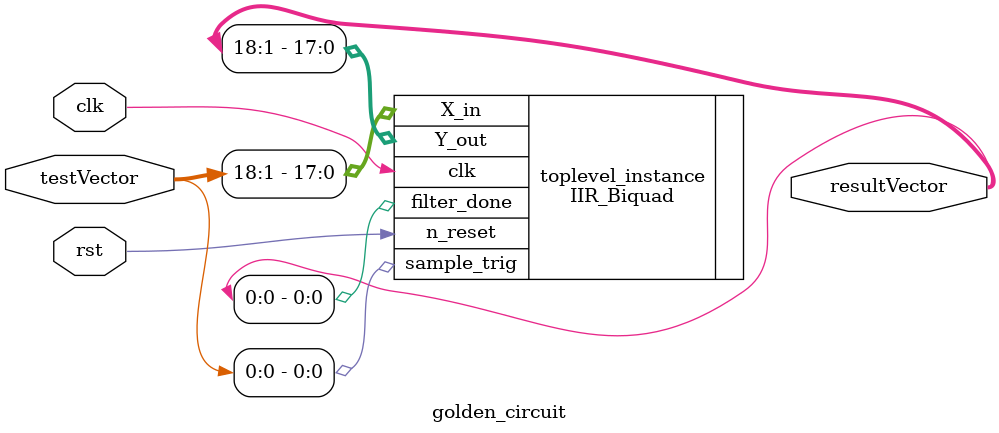
<source format=v>
`timescale 100 ps/100 ps
module golden_circuit (
clk,
rst,
testVector,
resultVector,
);
input clk;
input rst;
input[18:0] testVector;
output[18:0] resultVector;
IIR_Biquad toplevel_instance (
.clk(clk),
.n_reset(rst),
.sample_trig(testVector[0]),
.X_in(testVector [18:1]),
.filter_done(resultVector[0]),
.Y_out(resultVector [18:1]));
endmodule
</source>
